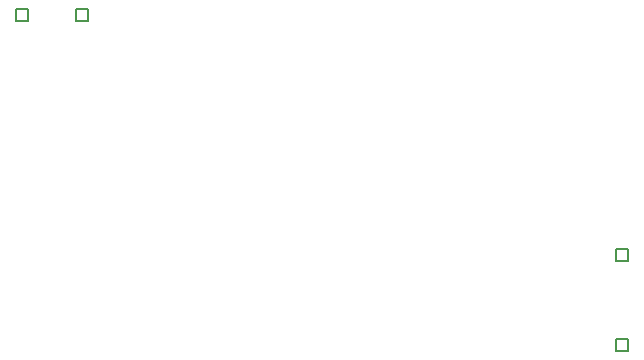
<source format=gbr>
%FSTAX23Y23*%
%MOIN*%
%SFA1B1*%

%IPPOS*%
%ADD30C,0.005000*%
%LNbattery_3.7_pcb_drawing_1-1*%
%LPD*%
G54D30*
X0648Y0198D02*
Y0202D01*
X0652*
Y0198*
X0648*
Y0168D02*
Y0172D01*
X0652*
Y0168*
X0648*
X0448Y0278D02*
Y0282D01*
X0452*
Y0278*
X0448*
X0468D02*
Y0282D01*
X0472*
Y0278*
X0468*
M02*
</source>
